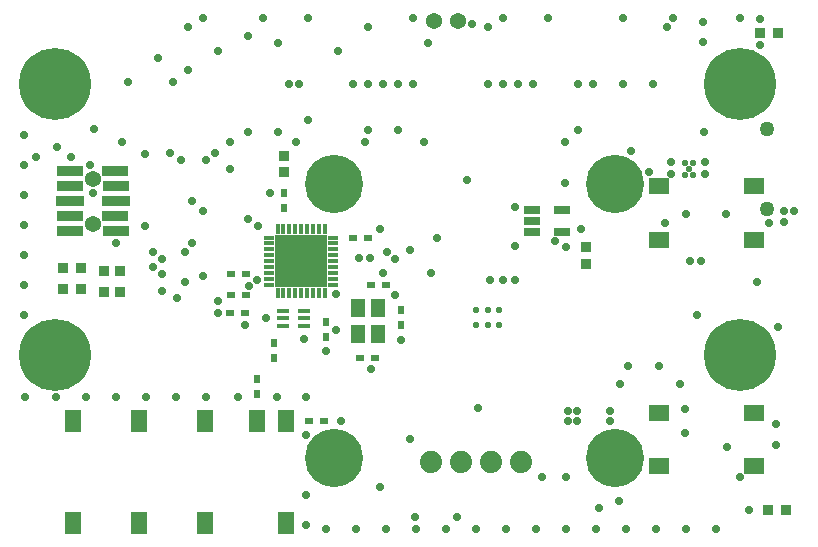
<source format=gbs>
*%FSLAX23Y23*%
*%MOIN*%
G01*
%ADD11C,0.000*%
%ADD12C,0.001*%
%ADD13C,0.002*%
%ADD14C,0.006*%
%ADD15C,0.007*%
%ADD16C,0.007*%
%ADD17C,0.008*%
%ADD18C,0.010*%
%ADD19C,0.012*%
%ADD20C,0.015*%
%ADD21C,0.015*%
%ADD22C,0.018*%
%ADD23C,0.022*%
%ADD24C,0.024*%
%ADD25C,0.025*%
%ADD26C,0.029*%
%ADD27C,0.031*%
%ADD28C,0.031*%
%ADD29C,0.035*%
%ADD30C,0.035*%
%ADD31C,0.039*%
%ADD32C,0.039*%
%ADD33C,0.046*%
%ADD34C,0.050*%
%ADD35C,0.051*%
%ADD36C,0.051*%
%ADD37C,0.054*%
%ADD38C,0.055*%
%ADD39C,0.059*%
%ADD40C,0.059*%
%ADD41C,0.070*%
%ADD42C,0.074*%
%ADD43C,0.115*%
%ADD44C,0.135*%
%ADD45C,0.138*%
%ADD46C,0.138*%
%ADD47C,0.158*%
%ADD48C,0.158*%
%ADD49C,0.190*%
%ADD50C,0.194*%
%ADD51C,0.236*%
%ADD52C,0.240*%
%ADD53R,0.011X0.030*%
%ADD54R,0.012X0.030*%
%ADD55R,0.014X0.033*%
%ADD56R,0.014X0.037*%
%ADD57R,0.015X0.034*%
%ADD58R,0.016X0.034*%
%ADD59R,0.018X0.037*%
%ADD60R,0.018X0.041*%
%ADD61R,0.020X0.025*%
%ADD62R,0.021X0.021*%
%ADD63R,0.024X0.029*%
%ADD64R,0.025X0.020*%
%ADD65R,0.029X0.024*%
%ADD66R,0.030X0.011*%
%ADD67R,0.030X0.030*%
%ADD68R,0.031X0.031*%
%ADD69R,0.033X0.014*%
%ADD70R,0.034X0.015*%
%ADD71R,0.034X0.034*%
%ADD72R,0.035X0.035*%
%ADD73R,0.037X0.014*%
%ADD74R,0.037X0.018*%
%ADD75R,0.039X0.055*%
%ADD76R,0.039X0.014*%
%ADD77R,0.041X0.018*%
%ADD78R,0.043X0.059*%
%ADD79R,0.043X0.018*%
%ADD80R,0.047X0.055*%
%ADD81R,0.048X0.024*%
%ADD82R,0.050X0.023*%
%ADD83R,0.050X0.060*%
%ADD84R,0.050X0.135*%
%ADD85R,0.051X0.071*%
%ADD86R,0.051X0.059*%
%ADD87R,0.052X0.028*%
%ADD88R,0.054X0.027*%
%ADD89R,0.054X0.064*%
%ADD90R,0.054X0.139*%
%ADD91R,0.055X0.039*%
%ADD92R,0.055X0.075*%
%ADD93R,0.057X0.012*%
%ADD94R,0.057X0.067*%
%ADD95R,0.059X0.043*%
%ADD96R,0.060X0.060*%
%ADD97R,0.061X0.024*%
%ADD98R,0.061X0.051*%
%ADD99R,0.061X0.016*%
%ADD100R,0.061X0.071*%
%ADD101R,0.063X0.039*%
%ADD102R,0.064X0.064*%
%ADD103R,0.065X0.028*%
%ADD104R,0.065X0.055*%
%ADD105R,0.067X0.043*%
%ADD106R,0.085X0.030*%
%ADD107R,0.089X0.034*%
%ADD108R,0.094X0.030*%
%ADD109R,0.098X0.034*%
%ADD110R,0.104X0.104*%
%ADD111R,0.108X0.108*%
%ADD112R,0.116X0.138*%
%ADD113R,0.120X0.142*%
%ADD114R,0.134X0.059*%
%ADD115R,0.138X0.039*%
%ADD116R,0.138X0.063*%
%ADD117R,0.142X0.043*%
%ADD118R,0.169X0.169*%
%ADD119R,0.173X0.173*%
%ADD120R,0.250X0.250*%
D23*
X10792Y8234D02*
D03*
Y8274D02*
D03*
X10806Y8254D02*
D03*
X10821Y8234D02*
D03*
Y8274D02*
D03*
X10172Y7784D02*
D03*
Y7734D02*
D03*
X10097Y7784D02*
D03*
Y7734D02*
D03*
X10137Y7784D02*
D03*
Y7734D02*
D03*
D26*
X10397Y7994D02*
D03*
X11157Y8114D02*
D03*
X11042Y8754D02*
D03*
X10977Y8759D02*
D03*
X11042Y8669D02*
D03*
X11122Y8114D02*
D03*
X10977Y7229D02*
D03*
X11032Y7879D02*
D03*
X11006Y7118D02*
D03*
X11097Y7334D02*
D03*
Y7404D02*
D03*
X11072Y8074D02*
D03*
X11122Y8079D02*
D03*
X11102Y7729D02*
D03*
X10752Y8759D02*
D03*
X10852Y8744D02*
D03*
Y8679D02*
D03*
X10861Y8238D02*
D03*
Y8278D02*
D03*
X10856Y8378D02*
D03*
X10796Y8103D02*
D03*
X10931D02*
D03*
X10792Y7374D02*
D03*
X10777Y7539D02*
D03*
X10792Y7454D02*
D03*
X10832Y7769D02*
D03*
X10796Y7053D02*
D03*
X10811Y7948D02*
D03*
X10846D02*
D03*
X10932Y7329D02*
D03*
X10896Y7053D02*
D03*
X10672Y8244D02*
D03*
X10612Y8314D02*
D03*
X10587Y8539D02*
D03*
X10687D02*
D03*
X10732Y8729D02*
D03*
X10587Y8759D02*
D03*
X10746Y8278D02*
D03*
Y8238D02*
D03*
X10577Y7539D02*
D03*
X10596Y7053D02*
D03*
X10696D02*
D03*
X10706Y7598D02*
D03*
X10726Y8073D02*
D03*
X10572Y7149D02*
D03*
X10602Y7599D02*
D03*
X10487Y8539D02*
D03*
X10437D02*
D03*
Y8384D02*
D03*
X10432Y7449D02*
D03*
Y7414D02*
D03*
X10542Y7449D02*
D03*
Y7414D02*
D03*
X10496Y7053D02*
D03*
X10507Y7124D02*
D03*
X10447Y8054D02*
D03*
X10392Y8344D02*
D03*
Y8209D02*
D03*
X10402Y7449D02*
D03*
Y7414D02*
D03*
X10397Y7229D02*
D03*
X10396Y7053D02*
D03*
X10361Y8013D02*
D03*
X10237Y8539D02*
D03*
X10287D02*
D03*
X10187D02*
D03*
X10337Y8759D02*
D03*
X10187D02*
D03*
X10227Y8129D02*
D03*
X10296Y7053D02*
D03*
X10196D02*
D03*
X10187Y7884D02*
D03*
X10227D02*
D03*
X10317Y7229D02*
D03*
X10227Y7999D02*
D03*
X10137Y8539D02*
D03*
Y8729D02*
D03*
X10082Y8739D02*
D03*
X10066Y8218D02*
D03*
X10032Y7094D02*
D03*
X10096Y7053D02*
D03*
X9996D02*
D03*
X10102Y7459D02*
D03*
X10142Y7884D02*
D03*
X9837Y8539D02*
D03*
X9887D02*
D03*
X9787D02*
D03*
X9937Y8674D02*
D03*
X9922Y8344D02*
D03*
X9887Y8759D02*
D03*
X9837Y8384D02*
D03*
X9966Y8023D02*
D03*
X9877Y7354D02*
D03*
X9777Y7194D02*
D03*
X9892Y7094D02*
D03*
X9896Y7053D02*
D03*
X9796D02*
D03*
X9826Y7833D02*
D03*
X9846Y7683D02*
D03*
X9776Y8053D02*
D03*
X9786Y7908D02*
D03*
X9826Y7953D02*
D03*
X9801Y7978D02*
D03*
X9946Y7908D02*
D03*
X9877Y7984D02*
D03*
X9727Y8344D02*
D03*
X9737Y8729D02*
D03*
Y8539D02*
D03*
X9687D02*
D03*
X9637Y8649D02*
D03*
X9737Y8385D02*
D03*
X9696Y7053D02*
D03*
X9596D02*
D03*
Y7648D02*
D03*
X9631Y7718D02*
D03*
Y7838D02*
D03*
X9646Y7413D02*
D03*
X9707Y7959D02*
D03*
X9746Y7588D02*
D03*
X9742Y7959D02*
D03*
X9537Y8759D02*
D03*
Y8419D02*
D03*
X9507Y8539D02*
D03*
X9472D02*
D03*
X9437Y8379D02*
D03*
Y8674D02*
D03*
X9497Y8344D02*
D03*
X9387Y8759D02*
D03*
X9411Y8173D02*
D03*
X9531Y7493D02*
D03*
X9432Y7494D02*
D03*
X9516Y7943D02*
D03*
Y7888D02*
D03*
Y8003D02*
D03*
X9396Y7758D02*
D03*
X9466Y7888D02*
D03*
Y7943D02*
D03*
Y8003D02*
D03*
X9531Y7068D02*
D03*
Y7168D02*
D03*
Y7368D02*
D03*
X9566Y7888D02*
D03*
Y7943D02*
D03*
Y8003D02*
D03*
X9522Y7689D02*
D03*
X9227Y8309D02*
D03*
X9197Y8284D02*
D03*
X9237Y8649D02*
D03*
X9337Y8379D02*
D03*
Y8699D02*
D03*
X9277Y8344D02*
D03*
X9187Y8759D02*
D03*
X9276Y8253D02*
D03*
X9186Y8113D02*
D03*
X9302Y7494D02*
D03*
X9196Y7493D02*
D03*
X9236Y7813D02*
D03*
Y7773D02*
D03*
X9186Y7898D02*
D03*
X9326Y7733D02*
D03*
X9366Y7883D02*
D03*
X9341Y7863D02*
D03*
X9336Y8088D02*
D03*
X9371Y8063D02*
D03*
X9077Y8309D02*
D03*
X9112Y8284D02*
D03*
X9137Y8729D02*
D03*
X9087Y8544D02*
D03*
X9137Y8584D02*
D03*
X9037Y8624D02*
D03*
X8992Y8304D02*
D03*
X9151Y8148D02*
D03*
X9096Y7493D02*
D03*
X8996D02*
D03*
X9101Y7823D02*
D03*
X9051Y7848D02*
D03*
X9021Y7928D02*
D03*
Y7978D02*
D03*
X9051Y7903D02*
D03*
Y7953D02*
D03*
X8992Y8064D02*
D03*
X9151Y8008D02*
D03*
X9126Y7978D02*
D03*
Y7878D02*
D03*
X8937Y8544D02*
D03*
X8917Y8344D02*
D03*
X8896Y7493D02*
D03*
Y8008D02*
D03*
X8822Y8389D02*
D03*
X8811Y8268D02*
D03*
X8821Y8173D02*
D03*
X8796Y7493D02*
D03*
X8631Y8293D02*
D03*
X8701Y8328D02*
D03*
X8746Y8293D02*
D03*
X8696Y7493D02*
D03*
X8591Y8368D02*
D03*
Y8268D02*
D03*
Y8168D02*
D03*
X8592Y7494D02*
D03*
X8591Y8068D02*
D03*
Y7968D02*
D03*
Y7868D02*
D03*
Y7768D02*
D03*
D34*
X11066Y8389D02*
D03*
X11066Y8121D02*
D03*
D37*
X8819Y8221D02*
D03*
X8819Y8071D02*
D03*
X10036Y8748D02*
D03*
X9957D02*
D03*
D42*
X9946Y7278D02*
D03*
X10046D02*
D03*
X10146D02*
D03*
X10246D02*
D03*
D50*
X10561Y8204D02*
D03*
Y7291D02*
D03*
X9624Y8204D02*
D03*
Y7291D02*
D03*
D52*
X10978Y8538D02*
D03*
Y7633D02*
D03*
X8695Y8538D02*
D03*
Y7633D02*
D03*
D57*
X9436Y7840D02*
D03*
X9455D02*
D03*
X9475D02*
D03*
X9495D02*
D03*
X9514D02*
D03*
X9534D02*
D03*
X9554D02*
D03*
Y8054D02*
D03*
X9534D02*
D03*
X9514D02*
D03*
X9495D02*
D03*
X9475D02*
D03*
X9455D02*
D03*
X9436D02*
D03*
X9573Y7840D02*
D03*
X9593D02*
D03*
Y8054D02*
D03*
X9573D02*
D03*
D63*
X9456Y8123D02*
D03*
Y8173D02*
D03*
X9596Y7743D02*
D03*
Y7693D02*
D03*
X9846Y7733D02*
D03*
Y7783D02*
D03*
X9367Y7504D02*
D03*
Y7554D02*
D03*
X9422Y7624D02*
D03*
Y7674D02*
D03*
D65*
X9711Y7623D02*
D03*
X9761D02*
D03*
X9738Y8023D02*
D03*
X9688D02*
D03*
X9796Y7868D02*
D03*
X9746D02*
D03*
X9541Y7413D02*
D03*
X9591D02*
D03*
X9278Y7773D02*
D03*
X9328D02*
D03*
X9331Y7833D02*
D03*
X9281D02*
D03*
X9331Y7903D02*
D03*
X9281D02*
D03*
D70*
X9407Y7907D02*
D03*
Y7927D02*
D03*
Y7947D02*
D03*
Y7966D02*
D03*
Y7986D02*
D03*
Y8006D02*
D03*
Y8025D02*
D03*
X9621Y7907D02*
D03*
Y7927D02*
D03*
Y7947D02*
D03*
Y7966D02*
D03*
Y7986D02*
D03*
Y8006D02*
D03*
Y8025D02*
D03*
X9407Y7888D02*
D03*
Y7868D02*
D03*
X9621D02*
D03*
Y7888D02*
D03*
D71*
X9457Y8299D02*
D03*
Y8244D02*
D03*
X10462Y7994D02*
D03*
Y7939D02*
D03*
X8856Y7843D02*
D03*
X8911D02*
D03*
X8856Y7913D02*
D03*
X8911D02*
D03*
D72*
X11131Y7118D02*
D03*
X11071D02*
D03*
X11102Y8709D02*
D03*
X11042D02*
D03*
X8721Y7923D02*
D03*
X8781D02*
D03*
X8721Y7853D02*
D03*
X8781D02*
D03*
D79*
X9524Y7730D02*
D03*
Y7756D02*
D03*
Y7781D02*
D03*
X9453D02*
D03*
Y7756D02*
D03*
Y7730D02*
D03*
D86*
X9770Y7703D02*
D03*
X9703D02*
D03*
X9770Y7790D02*
D03*
X9703D02*
D03*
D88*
X10282Y8044D02*
D03*
Y8119D02*
D03*
Y8081D02*
D03*
X10382Y8044D02*
D03*
Y8119D02*
D03*
D92*
X8753Y7075D02*
D03*
X8974D02*
D03*
X8753Y7414D02*
D03*
X8974D02*
D03*
X9462D02*
D03*
X9462Y7075D02*
D03*
X9194D02*
D03*
Y7414D02*
D03*
X9367D02*
D03*
D104*
X11023Y7442D02*
D03*
X10708D02*
D03*
X11023Y7265D02*
D03*
X10708D02*
D03*
X11022Y8196D02*
D03*
X10707D02*
D03*
X11022Y8019D02*
D03*
X10707D02*
D03*
D107*
X8896Y8046D02*
D03*
X8895Y8096D02*
D03*
X8742Y8046D02*
D03*
Y8096D02*
D03*
X8896Y8196D02*
D03*
X8895Y8246D02*
D03*
X8742Y8196D02*
D03*
Y8246D02*
D03*
D109*
X8896Y8146D02*
D03*
X8742D02*
D03*
D119*
X9514Y7947D02*
D03*
M02*

</source>
